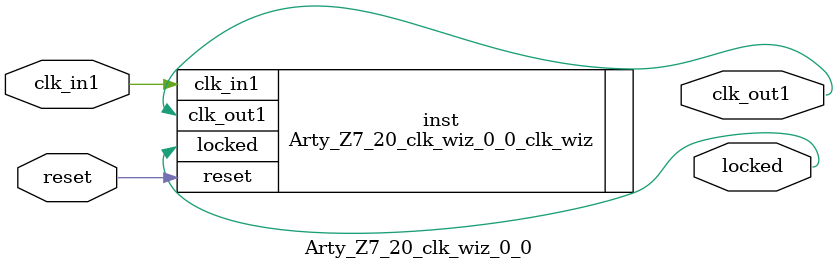
<source format=v>


`timescale 1ps/1ps

(* CORE_GENERATION_INFO = "Arty_Z7_20_clk_wiz_0_0,clk_wiz_v6_0_1_0_0,{component_name=Arty_Z7_20_clk_wiz_0_0,use_phase_alignment=true,use_min_o_jitter=false,use_max_i_jitter=false,use_dyn_phase_shift=false,use_inclk_switchover=false,use_dyn_reconfig=false,enable_axi=0,feedback_source=FDBK_AUTO,PRIMITIVE=MMCM,num_out_clk=1,clkin1_period=8.000,clkin2_period=10.000,use_power_down=false,use_reset=true,use_locked=true,use_inclk_stopped=false,feedback_type=SINGLE,CLOCK_MGR_TYPE=NA,manual_override=false}" *)

module Arty_Z7_20_clk_wiz_0_0 
 (
  // Clock out ports
  output        clk_out1,
  // Status and control signals
  input         reset,
  output        locked,
 // Clock in ports
  input         clk_in1
 );

  Arty_Z7_20_clk_wiz_0_0_clk_wiz inst
  (
  // Clock out ports  
  .clk_out1(clk_out1),
  // Status and control signals               
  .reset(reset), 
  .locked(locked),
 // Clock in ports
  .clk_in1(clk_in1)
  );

endmodule

</source>
